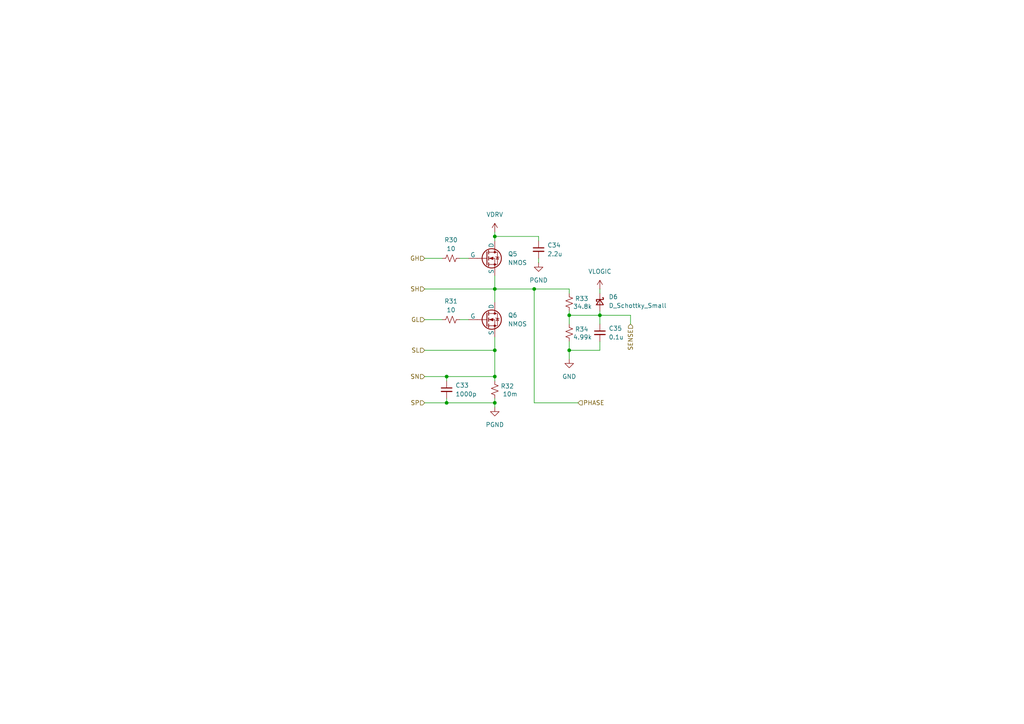
<source format=kicad_sch>
(kicad_sch (version 20250114) (generator "eeschema") (generator_version "9.0")
  (paper "A4")
  (lib_symbols
    (symbol "Device:C_Small" (pin_numbers (hide yes)) (pin_names (offset 0.254) (hide yes))
      (property "Reference" "C" (at 0.254 1.778 0))
      (property "Value" "C_Small" (at 0.254 -2.032 0))
      (symbol "C_Small_0_1"
        (polyline (pts (xy -1.524 0.508) (xy 1.524 0.508)) (stroke (width 0.3048)))
        (polyline (pts (xy -1.524 -0.508) (xy 1.524 -0.508)) (stroke (width 0.3302)))
      )
      (symbol "C_Small_1_1"
        (pin passive line (at 0 2.54 270) (length 2.032) (name "~") (number "1"))
        (pin passive line (at 0 -2.54 90) (length 2.032) (name "~") (number "2"))
      )
    )
    (symbol "Device:D_Schottky_Small" (pin_numbers (hide yes)) (pin_names (offset 0.254) (hide yes))
      (property "Reference" "D" (at -1.27 2.032 0))
      (property "Value" "D_Schottky_Small" (at -7.112 -2.032 0))
      (symbol "D_Schottky_Small_0_1"
        (polyline (pts (xy -1.27 0.762) (xy -1.27 1.016) (xy -0.762 1.016) (xy -0.762 -1.016) (xy -0.254 -1.016) (xy -0.254 -0.762)) (stroke (width 0.254)))
        (polyline (pts (xy -0.762 0) (xy 0.762 0)))
        (polyline (pts (xy 0.762 -1.016) (xy -0.762 0) (xy 0.762 1.016) (xy 0.762 -1.016)) (stroke (width 0.254)))
      )
      (symbol "D_Schottky_Small_1_1"
        (pin passive line (at -2.54 0 0) (length 1.778) (name "K") (number "1"))
        (pin passive line (at 2.54 0 180) (length 1.778) (name "A") (number "2"))
      )
    )
    (symbol "Device:R_Small_US" (pin_numbers (hide yes)) (pin_names (offset 0.254) (hide yes))
      (property "Reference" "R" (at 0.762 0.508 0))
      (property "Value" "R_Small_US" (at 0.762 -1.016 0))
      (symbol "R_Small_US_1_1"
        (polyline (pts (xy 0 1.524) (xy 1.016 1.143) (xy 0 0.762) (xy -1.016 0.381) (xy 0 0)))
        (polyline (pts (xy 0 0) (xy 1.016 -0.381) (xy 0 -0.762) (xy -1.016 -1.143) (xy 0 -1.524)))
        (pin passive line (at 0 2.54 270) (length 1.016) (name "~") (number "1"))
        (pin passive line (at 0 -2.54 90) (length 1.016) (name "~") (number "2"))
      )
    )
    (symbol "JobotPower:GND" (power) (pin_numbers (hide yes)) (pin_names (offset 0) (hide yes))
      (property "Value" "GND" (at 0 -3.81 0))
      (symbol "GND_0_1"
        (polyline (pts (xy 0 0) (xy 0 -1.27) (xy 1.27 -1.27) (xy 0 -2.54) (xy -1.27 -1.27) (xy 0 -1.27)))
      )
      (symbol "GND_1_1"
        (pin power_in line (at 0 0 270) (length 0) (name "~") (number "1"))
      )
    )
    (symbol "JobotPower:PGND" (power) (pin_numbers (hide yes)) (pin_names (offset 0) (hide yes))
      (property "Value" "PGND" (at 0 -3.81 0))
      (symbol "PGND_0_1"
        (polyline (pts (xy 0 0) (xy 0 -1.27) (xy 1.27 -1.27) (xy 0 -2.54) (xy -1.27 -1.27) (xy 0 -1.27)))
      )
      (symbol "PGND_1_1"
        (pin power_in line (at 0 0 270) (length 0) (name "~") (number "1"))
      )
    )
    (symbol "JobotPower:VDRV" (power) (pin_numbers (hide yes)) (pin_names (offset 0) (hide yes))
      (property "Value" "VDRV" (at 0 3.556 0))
      (symbol "VDRV_0_1"
        (polyline (pts (xy -0.762 1.27) (xy 0 2.54)))
        (polyline (pts (xy 0 2.54) (xy 0.762 1.27)))
        (polyline (pts (xy 0 0) (xy 0 2.54)))
      )
      (symbol "VDRV_1_1"
        (pin power_in line (at 0 0 90) (length 0) (name "~") (number "1"))
      )
    )
    (symbol "JobotPower:VLOGIC" (power) (pin_numbers (hide yes)) (pin_names (offset 0) (hide yes))
      (property "Value" "VLOGIC" (at 0 3.556 0))
      (symbol "VLOGIC_0_1"
        (polyline (pts (xy -0.762 1.27) (xy 0 2.54)))
        (polyline (pts (xy 0 2.54) (xy 0.762 1.27)))
        (polyline (pts (xy 0 0) (xy 0 2.54)))
      )
      (symbol "VLOGIC_1_1"
        (pin power_in line (at 0 0 90) (length 0) (name "~") (number "1"))
      )
    )
    (symbol "Simulation_SPICE:NMOS" (pin_numbers (hide yes)) (pin_names (offset 0))
      (property "Reference" "Q" (at 5.08 1.27 0))
      (property "Value" "NMOS" (at 5.08 -1.27 0))
      (symbol "NMOS_0_1"
        (polyline (pts (xy 0.254 1.905) (xy 0.254 -1.905)) (stroke (width 0.254)))
        (polyline (pts (xy 0.254 0) (xy -2.54 0)))
        (polyline (pts (xy 0.762 2.286) (xy 0.762 1.27)) (stroke (width 0.254)))
        (polyline (pts (xy 0.762 0.508) (xy 0.762 -0.508)) (stroke (width 0.254)))
        (polyline (pts (xy 0.762 -1.27) (xy 0.762 -2.286)) (stroke (width 0.254)))
        (polyline (pts (xy 0.762 -1.778) (xy 3.302 -1.778) (xy 3.302 1.778) (xy 0.762 1.778)))
        (polyline (pts (xy 1.016 0) (xy 2.032 0.381) (xy 2.032 -0.381) (xy 1.016 0)) (fill (type outline)))
        (circle (center 1.651 0) (radius 2.794) (stroke (width 0.254)))
        (polyline (pts (xy 2.54 2.54) (xy 2.54 1.778)))
        (circle (center 2.54 1.778) (radius 0.254) (fill (type outline)))
        (circle (center 2.54 -1.778) (radius 0.254) (fill (type outline)))
        (polyline (pts (xy 2.54 -2.54) (xy 2.54 0) (xy 0.762 0)))
        (polyline (pts (xy 2.794 0.508) (xy 2.921 0.381) (xy 3.683 0.381) (xy 3.81 0.254)))
        (polyline (pts (xy 3.302 0.381) (xy 2.921 -0.254) (xy 3.683 -0.254) (xy 3.302 0.381)))
      )
      (symbol "NMOS_1_1"
        (pin input line (at -5.08 0 0) (length 2.54) (name "G") (number "2"))
        (pin passive line (at 2.54 5.08 270) (length 2.54) (name "D") (number "1"))
        (pin passive line (at 2.54 -5.08 90) (length 2.54) (name "S") (number "3"))
      )
    )
  )
  (junction (at 143.51 116.84))
  (junction (at 143.51 101.6))
  (junction (at 143.51 68.58))
  (junction (at 129.54 116.84))
  (junction (at 154.94 83.82))
  (junction (at 165.1 101.6))
  (junction (at 143.51 83.82))
  (junction (at 129.54 109.22))
  (junction (at 165.1 91.44))
  (junction (at 173.99 91.44))
  (junction (at 143.51 109.22))
  (wire (pts (xy 154.94 83.82) (xy 154.94 116.84)))
  (wire (pts (xy 123.19 83.82) (xy 143.51 83.82)))
  (wire (pts (xy 143.51 68.58) (xy 156.21 68.58)))
  (wire (pts (xy 165.1 101.6) (xy 173.99 101.6)))
  (wire (pts (xy 165.1 99.06) (xy 165.1 101.6)))
  (wire (pts (xy 165.1 90.17) (xy 165.1 91.44)))
  (wire (pts (xy 143.51 67.31) (xy 143.51 68.58)))
  (wire (pts (xy 173.99 91.44) (xy 173.99 93.98)))
  (wire (pts (xy 173.99 91.44) (xy 182.88 91.44)))
  (wire (pts (xy 123.19 109.22) (xy 129.54 109.22)))
  (wire (pts (xy 123.19 74.93) (xy 128.27 74.93)))
  (wire (pts (xy 129.54 109.22) (xy 129.54 110.49)))
  (wire (pts (xy 154.94 83.82) (xy 165.1 83.82)))
  (wire (pts (xy 143.51 97.79) (xy 143.51 101.6)))
  (wire (pts (xy 143.51 83.82) (xy 154.94 83.82)))
  (wire (pts (xy 143.51 118.11) (xy 143.51 116.84)))
  (wire (pts (xy 154.94 116.84) (xy 167.64 116.84)))
  (wire (pts (xy 123.19 116.84) (xy 129.54 116.84)))
  (wire (pts (xy 156.21 68.58) (xy 156.21 69.85)))
  (wire (pts (xy 133.35 74.93) (xy 135.89 74.93)))
  (wire (pts (xy 173.99 90.17) (xy 173.99 91.44)))
  (wire (pts (xy 182.88 91.44) (xy 182.88 93.98)))
  (wire (pts (xy 123.19 92.71) (xy 128.27 92.71)))
  (wire (pts (xy 143.51 83.82) (xy 143.51 80.01)))
  (wire (pts (xy 165.1 91.44) (xy 165.1 93.98)))
  (wire (pts (xy 143.51 101.6) (xy 123.19 101.6)))
  (wire (pts (xy 143.51 110.49) (xy 143.51 109.22)))
  (wire (pts (xy 165.1 83.82) (xy 165.1 85.09)))
  (wire (pts (xy 143.51 83.82) (xy 143.51 87.63)))
  (wire (pts (xy 173.99 83.82) (xy 173.99 85.09)))
  (wire (pts (xy 133.35 92.71) (xy 135.89 92.71)))
  (wire (pts (xy 129.54 116.84) (xy 143.51 116.84)))
  (wire (pts (xy 165.1 101.6) (xy 165.1 104.14)))
  (wire (pts (xy 156.21 74.93) (xy 156.21 76.2)))
  (wire (pts (xy 143.51 109.22) (xy 129.54 109.22)))
  (wire (pts (xy 143.51 116.84) (xy 143.51 115.57)))
  (wire (pts (xy 173.99 101.6) (xy 173.99 99.06)))
  (wire (pts (xy 165.1 91.44) (xy 173.99 91.44)))
  (wire (pts (xy 143.51 109.22) (xy 143.51 101.6)))
  (wire (pts (xy 129.54 116.84) (xy 129.54 115.57)))
  (wire (pts (xy 143.51 68.58) (xy 143.51 69.85)))
  (hierarchical_label "SP" (shape input) (at 123.19 116.84 180))
  (hierarchical_label "SN" (shape input) (at 123.19 109.22 180))
  (hierarchical_label "SH" (shape input) (at 123.19 83.82 180))
  (hierarchical_label "SL" (shape input) (at 123.19 101.6 180))
  (hierarchical_label "PHASE" (shape input) (at 167.64 116.84 0))
  (hierarchical_label "GH" (shape input) (at 123.19 74.93 180))
  (hierarchical_label "SENSE" (shape input) (at 182.88 93.98 270))
  (hierarchical_label "GL" (shape input) (at 123.19 92.71 180))
  (symbol (lib_id "JobotPower:VLOGIC") (at 173.99 83.82 0) (unit 1)
    (property "Reference" "#PWR030" (effects (hide yes)))
    (property "Value" "VLOGIC" (at 173.99 78.74 0))
    (property "Description" "Power Symbol" (effects (hide yes)))
    (instances (project "" (path "" (reference "#PWR0106") (unit 1)) (path "" (reference "#PWR030") (unit 1)) (path "" (reference "#PWR0101") (unit 1))))
  )
  (symbol (lib_id "Device:R_Small_US") (at 130.81 74.93 90) (unit 1)
    (property "Reference" "R20" (at 130.81 69.596 90))
    (property "Value" "10" (at 130.81 72.136 90))
    (property "Description" "Resistor, small US symbol" (effects (hide yes)))
    (instances (project "" (path "" (reference "R30") (unit 1)) (path "" (reference "R20") (unit 1)) (path "" (reference "R25") (unit 1))))
  )
  (symbol (lib_id "JobotPower:VDRV") (at 143.51 67.31 0) (unit 1)
    (property "Reference" "#PWR026" (effects (hide yes)))
    (property "Value" "VDRV" (at 143.51 62.23 0))
    (property "Description" "Power Symbol" (effects (hide yes)))
    (instances (project "" (path "" (reference "#PWR0109") (unit 1)) (path "" (reference "#PWR026") (unit 1)) (path "" (reference "#PWR0104") (unit 1))))
  )
  (symbol (lib_id "Device:D_Schottky_Small") (at 173.99 87.63 270) (unit 1)
    (property "Reference" "D4" (at 176.53 86.1059 90) (effects (justify left)))
    (property "Value" "D_Schottky_Small" (at 176.53 88.6459 90) (effects (justify left)))
    (property "Description" "Schottky diode, small symbol" (effects (hide yes)))
    (instances (project "" (path "" (reference "D6") (unit 1)) (path "" (reference "D4") (unit 1)) (path "" (reference "D5") (unit 1))))
  )
  (symbol (lib_id "Device:R_Small_US") (at 165.1 96.52 180) (unit 1)
    (property "Reference" "R24" (at 170.688 95.504 0) (effects (justify left)))
    (property "Value" "4.99k" (at 171.704 97.79 0) (effects (justify left)))
    (property "Description" "Resistor, small US symbol" (effects (hide yes)))
    (instances (project "" (path "" (reference "R34") (unit 1)) (path "" (reference "R24") (unit 1)) (path "" (reference "R29") (unit 1))))
  )
  (symbol (lib_id "Device:C_Small") (at 156.21 72.39 0) (unit 1)
    (property "Reference" "C28" (at 158.75 71.1262 0) (effects (justify left)))
    (property "Value" "2.2u" (at 158.75 73.6662 0) (effects (justify left)))
    (property "Description" "Unpolarized capacitor, small symbol" (effects (hide yes)))
    (instances (project "" (path "" (reference "C34") (unit 1)) (path "" (reference "C28") (unit 1)) (path "" (reference "C31") (unit 1))))
  )
  (symbol (lib_id "Device:R_Small_US") (at 165.1 87.63 180) (unit 1)
    (property "Reference" "R23" (at 170.688 86.614 0) (effects (justify left)))
    (property "Value" "34.8k" (at 171.704 88.9 0) (effects (justify left)))
    (property "Description" "Resistor, small US symbol" (effects (hide yes)))
    (instances (project "" (path "" (reference "R33") (unit 1)) (path "" (reference "R23") (unit 1)) (path "" (reference "R28") (unit 1))))
  )
  (symbol (lib_id "JobotPower:PGND") (at 156.21 76.2 0) (unit 1)
    (property "Reference" "#PWR028" (effects (hide yes)))
    (property "Value" "PGND" (at 156.21 81.28 0))
    (property "Description" "GND Symbol" (effects (hide yes)))
    (instances (project "" (path "" (reference "#PWR0108") (unit 1)) (path "" (reference "#PWR028") (unit 1)) (path "" (reference "#PWR0103") (unit 1))))
  )
  (symbol (lib_id "Device:C_Small") (at 129.54 113.03 0) (unit 1)
    (property "Reference" "C27" (at 132.08 111.7662 0) (effects (justify left)))
    (property "Value" "1000p" (at 132.08 114.3062 0) (effects (justify left)))
    (property "Description" "Unpolarized capacitor, small symbol" (effects (hide yes)))
    (instances (project "" (path "" (reference "C33") (unit 1)) (path "" (reference "C27") (unit 1)) (path "" (reference "C30") (unit 1))))
  )
  (symbol (lib_id "Simulation_SPICE:NMOS") (at 140.97 92.71 0) (unit 1)
    (property "Reference" "Q2" (at 147.32 91.4399 0) (effects (justify left)))
    (property "Value" "NMOS" (at 147.32 93.9799 0) (effects (justify left)))
    (property "Datasheet" "https://ngspice.sourceforge.io/docs/ngspice-html-manual/manual.xhtml#cha_MOSFETs" (effects (hide yes)))
    (property "Description" "N-MOSFET transistor, drain/source/gate" (effects (hide yes)))
    (property "Sim.Device" "NMOS" (effects (hide yes)))
    (property "Sim.Type" "VDMOS" (effects (hide yes)))
    (property "Sim.Pins" "1=D 2=G 3=S" (effects (hide yes)))
    (instances (project "" (path "" (reference "Q6") (unit 1)) (path "" (reference "Q2") (unit 1)) (path "" (reference "Q4") (unit 1))))
  )
  (symbol (lib_id "Device:C_Small") (at 173.99 96.52 0) (unit 1)
    (property "Reference" "C29" (at 176.53 95.2562 0) (effects (justify left)))
    (property "Value" "0.1u" (at 176.53 97.7962 0) (effects (justify left)))
    (property "Description" "Unpolarized capacitor, small symbol" (effects (hide yes)))
    (instances (project "" (path "" (reference "C35") (unit 1)) (path "" (reference "C29") (unit 1)) (path "" (reference "C32") (unit 1))))
  )
  (symbol (lib_id "JobotPower:PGND") (at 143.51 118.11 0) (unit 1)
    (property "Reference" "#PWR027" (effects (hide yes)))
    (property "Value" "PGND" (at 143.51 123.19 0))
    (property "Description" "GND Symbol" (effects (hide yes)))
    (instances (project "" (path "" (reference "#PWR0110") (unit 1)) (path "" (reference "#PWR027") (unit 1)) (path "" (reference "#PWR0105") (unit 1))))
  )
  (symbol (lib_id "Device:R_Small_US") (at 130.81 92.71 90) (unit 1)
    (property "Reference" "R21" (at 130.81 87.376 90))
    (property "Value" "10" (at 130.81 89.916 90))
    (property "Description" "Resistor, small US symbol" (effects (hide yes)))
    (instances (project "" (path "" (reference "R31") (unit 1)) (path "" (reference "R21") (unit 1)) (path "" (reference "R26") (unit 1))))
  )
  (symbol (lib_id "Device:R_Small_US") (at 143.51 113.03 180) (unit 1)
    (property "Reference" "R22" (at 149.098 112.014 0) (effects (justify left)))
    (property "Value" "10m" (at 150.114 114.3 0) (effects (justify left)))
    (property "Description" "Resistor, small US symbol" (effects (hide yes)))
    (instances (project "" (path "" (reference "R32") (unit 1)) (path "" (reference "R22") (unit 1)) (path "" (reference "R27") (unit 1))))
  )
  (symbol (lib_id "Simulation_SPICE:NMOS") (at 140.97 74.93 0) (unit 1)
    (property "Reference" "Q1" (at 147.32 73.6599 0) (effects (justify left)))
    (property "Value" "NMOS" (at 147.32 76.1999 0) (effects (justify left)))
    (property "Datasheet" "https://ngspice.sourceforge.io/docs/ngspice-html-manual/manual.xhtml#cha_MOSFETs" (effects (hide yes)))
    (property "Description" "N-MOSFET transistor, drain/source/gate" (effects (hide yes)))
    (property "Sim.Device" "NMOS" (effects (hide yes)))
    (property "Sim.Type" "VDMOS" (effects (hide yes)))
    (property "Sim.Pins" "1=D 2=G 3=S" (effects (hide yes)))
    (instances (project "" (path "" (reference "Q5") (unit 1)) (path "" (reference "Q1") (unit 1)) (path "" (reference "Q3") (unit 1))))
  )
  (symbol (lib_id "JobotPower:GND") (at 165.1 104.14 0) (unit 1)
    (property "Reference" "#PWR029" (effects (hide yes)))
    (property "Value" "GND" (at 165.1 109.22 0))
    (property "Description" "GND Symbol" (effects (hide yes)))
    (instances (project "" (path "" (reference "#PWR0107") (unit 1)) (path "" (reference "#PWR029") (unit 1)) (path "" (reference "#PWR0102") (unit 1))))
  )
)
</source>
